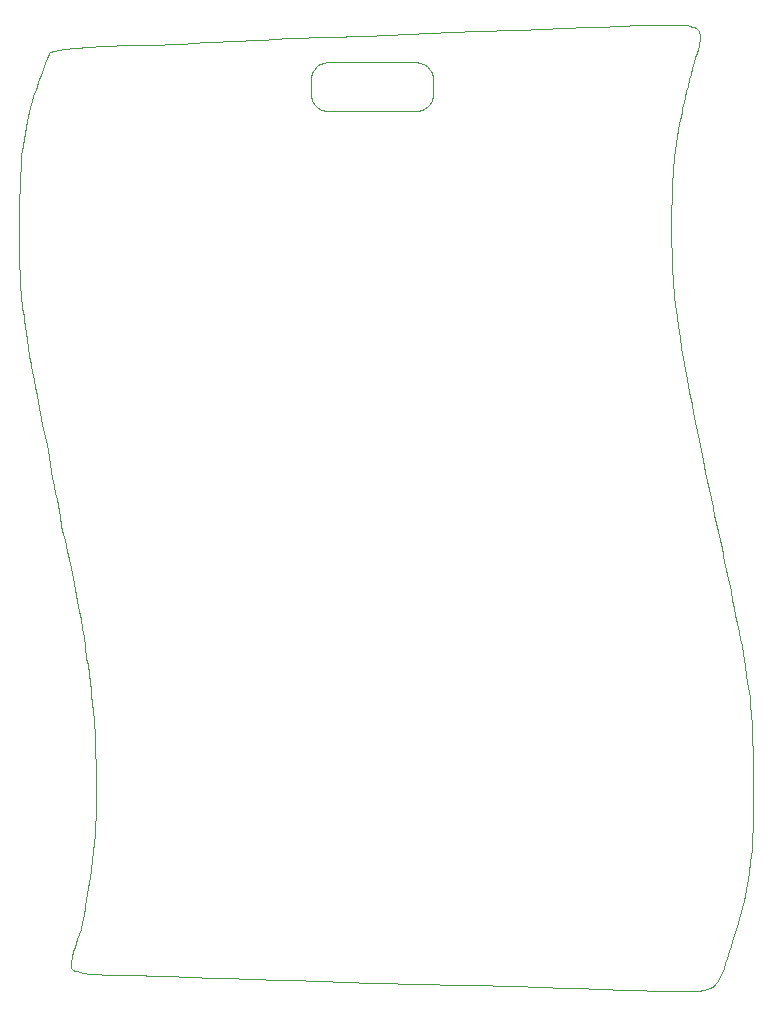
<source format=gm1>
G04 #@! TF.GenerationSoftware,KiCad,Pcbnew,5.1.5-52549c5~84~ubuntu18.04.1*
G04 #@! TF.CreationDate,2020-02-04T19:06:30-07:00*
G04 #@! TF.ProjectId,001,3030312e-6b69-4636-9164-5f7063625858,rev?*
G04 #@! TF.SameCoordinates,Original*
G04 #@! TF.FileFunction,Profile,NP*
%FSLAX46Y46*%
G04 Gerber Fmt 4.6, Leading zero omitted, Abs format (unit mm)*
G04 Created by KiCad (PCBNEW 5.1.5-52549c5~84~ubuntu18.04.1) date 2020-02-04 19:06:30*
%MOMM*%
%LPD*%
G04 APERTURE LIST*
%ADD10C,0.100000*%
G04 APERTURE END LIST*
D10*
X134783044Y-51804254D02*
X134783063Y-51804251D01*
X134783044Y-51804254D02*
X134783044Y-51804254D01*
X134783044Y-51804254D02*
X134783044Y-51804254D01*
X134783044Y-51804254D02*
X134783044Y-51804254D01*
X134783044Y-51804254D02*
X134783044Y-51804254D01*
X134632730Y-51811794D02*
X134783044Y-51804254D01*
X134486854Y-51833935D02*
X134632730Y-51811794D01*
X134346139Y-51869949D02*
X134486854Y-51833935D01*
X134211314Y-51919111D02*
X134346139Y-51869949D01*
X134083102Y-51980695D02*
X134211314Y-51919111D01*
X133962232Y-52053975D02*
X134083102Y-51980695D01*
X133849426Y-52138224D02*
X133962232Y-52053975D01*
X133745414Y-52232718D02*
X133849426Y-52138224D01*
X133650924Y-52336730D02*
X133745414Y-52232718D01*
X133566664Y-52449534D02*
X133650924Y-52336730D01*
X133493384Y-52570404D02*
X133566664Y-52449534D01*
X133431804Y-52698616D02*
X133493384Y-52570404D01*
X133382634Y-52833441D02*
X133431804Y-52698616D01*
X133346624Y-52974156D02*
X133382634Y-52833441D01*
X133324484Y-53120033D02*
X133346624Y-52974156D01*
X133316984Y-53270347D02*
X133324484Y-53120033D01*
X133316984Y-53571073D02*
X133316984Y-53270347D01*
X133316984Y-53871799D02*
X133316984Y-53571073D01*
X133316984Y-54172524D02*
X133316984Y-53871799D01*
X133316984Y-54473252D02*
X133316984Y-54172524D01*
X133324517Y-54623567D02*
X133316984Y-54473252D01*
X133346663Y-54769444D02*
X133324517Y-54623567D01*
X133382669Y-54910158D02*
X133346663Y-54769444D01*
X133431827Y-55044984D02*
X133382669Y-54910158D01*
X133493410Y-55173195D02*
X133431827Y-55044984D01*
X133566693Y-55294065D02*
X133493410Y-55173195D01*
X133650939Y-55406869D02*
X133566693Y-55294065D01*
X133745433Y-55510881D02*
X133650939Y-55406869D01*
X133849445Y-55605375D02*
X133745433Y-55510881D01*
X133962250Y-55689625D02*
X133849445Y-55605375D01*
X134083121Y-55762906D02*
X133962250Y-55689625D01*
X134211331Y-55824492D02*
X134083121Y-55762906D01*
X134346156Y-55873651D02*
X134211331Y-55824492D01*
X134486872Y-55909663D02*
X134346156Y-55873651D01*
X134632748Y-55931804D02*
X134486872Y-55909663D01*
X134783062Y-55939354D02*
X134632748Y-55931804D01*
X135245936Y-55939354D02*
X134783062Y-55939354D01*
X135708809Y-55939354D02*
X135245936Y-55939354D01*
X136171682Y-55939354D02*
X135708809Y-55939354D01*
X136634557Y-55939354D02*
X136171682Y-55939354D01*
X137097411Y-55939354D02*
X136634557Y-55939354D01*
X137560262Y-55939354D02*
X137097411Y-55939354D01*
X138023116Y-55939354D02*
X137560262Y-55939354D01*
X138485968Y-55939354D02*
X138023116Y-55939354D01*
X138948775Y-55939354D02*
X138485968Y-55939354D01*
X139411582Y-55939354D02*
X138948775Y-55939354D01*
X139874387Y-55939354D02*
X139411582Y-55939354D01*
X140337190Y-55939354D02*
X139874387Y-55939354D01*
X140800046Y-55939354D02*
X140337190Y-55939354D01*
X141262900Y-55939354D02*
X140800046Y-55939354D01*
X141725755Y-55939354D02*
X141262900Y-55939354D01*
X142188590Y-55939354D02*
X141725755Y-55939354D01*
X142338904Y-55931804D02*
X142188590Y-55939354D01*
X142484782Y-55909663D02*
X142338904Y-55931804D01*
X142625495Y-55873652D02*
X142484782Y-55909663D01*
X142760321Y-55824493D02*
X142625495Y-55873652D01*
X142888532Y-55762907D02*
X142760321Y-55824493D01*
X143009402Y-55689624D02*
X142888532Y-55762907D01*
X143122207Y-55605374D02*
X143009402Y-55689624D01*
X143226218Y-55510880D02*
X143122207Y-55605374D01*
X143320708Y-55406868D02*
X143226218Y-55510880D01*
X143404958Y-55294064D02*
X143320708Y-55406868D01*
X143478238Y-55173194D02*
X143404958Y-55294064D01*
X143539818Y-55044983D02*
X143478238Y-55173194D01*
X143588988Y-54910157D02*
X143539818Y-55044983D01*
X143624998Y-54769443D02*
X143588988Y-54910157D01*
X143647138Y-54623565D02*
X143624998Y-54769443D01*
X143654638Y-54473251D02*
X143647138Y-54623565D01*
X143654638Y-54172525D02*
X143654638Y-54473251D01*
X143654638Y-53871799D02*
X143654638Y-54172525D01*
X143654638Y-53571074D02*
X143654638Y-53871799D01*
X143654638Y-53270346D02*
X143654638Y-53571074D01*
X143647138Y-53120031D02*
X143654638Y-53270346D01*
X143625008Y-52974154D02*
X143647138Y-53120031D01*
X143588988Y-52833440D02*
X143625008Y-52974154D01*
X143539828Y-52698614D02*
X143588988Y-52833440D01*
X143478248Y-52570403D02*
X143539828Y-52698614D01*
X143404978Y-52449533D02*
X143478248Y-52570403D01*
X143320728Y-52336728D02*
X143404978Y-52449533D01*
X143226238Y-52232716D02*
X143320728Y-52336728D01*
X143122225Y-52138222D02*
X143226238Y-52232716D01*
X143009421Y-52053972D02*
X143122225Y-52138222D01*
X142888551Y-51980692D02*
X143009421Y-52053972D01*
X142760341Y-51919108D02*
X142888551Y-51980692D01*
X142625515Y-51869946D02*
X142760341Y-51919108D01*
X142484801Y-51833932D02*
X142625515Y-51869946D01*
X142338924Y-51811791D02*
X142484801Y-51833932D01*
X142188610Y-51804251D02*
X142338924Y-51811791D01*
X141725736Y-51804251D02*
X142188610Y-51804251D01*
X141262864Y-51804251D02*
X141725736Y-51804251D01*
X140799990Y-51804251D02*
X141262864Y-51804251D01*
X140337115Y-51804251D02*
X140799990Y-51804251D01*
X139874261Y-51804251D02*
X140337115Y-51804251D01*
X139411410Y-51804251D02*
X139874261Y-51804251D01*
X138948556Y-51804251D02*
X139411410Y-51804251D01*
X138485703Y-51804251D02*
X138948556Y-51804251D01*
X138022897Y-51804251D02*
X138485703Y-51804251D01*
X137560091Y-51804251D02*
X138022897Y-51804251D01*
X137097285Y-51804251D02*
X137560091Y-51804251D01*
X136634481Y-51804251D02*
X137097285Y-51804251D01*
X136171626Y-51804251D02*
X136634481Y-51804251D01*
X135708772Y-51804251D02*
X136171626Y-51804251D01*
X135245916Y-51804251D02*
X135708772Y-51804251D01*
X134783063Y-51804251D02*
X135245916Y-51804251D01*
X170710860Y-117474856D02*
X170710971Y-117474819D01*
X170710860Y-117474856D02*
X170710860Y-117474856D01*
X170710860Y-117474856D02*
X170710860Y-117474856D01*
X170756140Y-116527483D02*
X170710860Y-117474856D01*
X170781370Y-115372564D02*
X170756140Y-116527483D01*
X170788270Y-114353533D02*
X170781370Y-115372564D01*
X170784570Y-113268519D02*
X170788270Y-114353533D01*
X170772250Y-112222246D02*
X170784570Y-113268519D01*
X170752090Y-111165137D02*
X170772250Y-112222246D01*
X170724030Y-110095474D02*
X170752090Y-111165137D01*
X170689160Y-109061986D02*
X170724030Y-110095474D01*
X170641760Y-107953820D02*
X170689160Y-109061986D01*
X170587430Y-106960696D02*
X170641760Y-107953820D01*
X170531190Y-106166985D02*
X170587430Y-106960696D01*
X170470680Y-105535476D02*
X170531190Y-106166985D01*
X170344803Y-104663188D02*
X170470680Y-105535476D01*
X170198732Y-103745807D02*
X170344803Y-104663188D01*
X170052688Y-102809556D02*
X170198732Y-103745807D01*
X169926895Y-101880655D02*
X170052688Y-102809556D01*
X169808463Y-101169325D02*
X169926895Y-101880655D01*
X169694283Y-100632493D02*
X169808463Y-101169325D01*
X169561583Y-100069902D02*
X169694283Y-100632493D01*
X169396726Y-99302884D02*
X169561583Y-100069902D01*
X169260161Y-98630119D02*
X169396726Y-99302884D01*
X169132243Y-97965780D02*
X169260161Y-98630119D01*
X169003187Y-97288359D02*
X169132243Y-97965780D01*
X168866420Y-96595234D02*
X169003187Y-97288359D01*
X168706464Y-95814460D02*
X168866420Y-96595234D01*
X168579061Y-95228903D02*
X168706464Y-95814460D01*
X168464878Y-94711126D02*
X168579061Y-95228903D01*
X168331420Y-94073059D02*
X168464878Y-94711126D01*
X168210746Y-93473435D02*
X168331420Y-94073059D01*
X168102535Y-92913073D02*
X168210746Y-93473435D01*
X167973618Y-92264128D02*
X168102535Y-92913073D01*
X167812187Y-91506064D02*
X167973618Y-92264128D01*
X167646771Y-90767919D02*
X167812187Y-91506064D01*
X167489999Y-90106016D02*
X167646771Y-90767919D01*
X167331048Y-89431749D02*
X167489999Y-90106016D01*
X167162466Y-88671259D02*
X167331048Y-89431749D01*
X167000404Y-87898562D02*
X167162466Y-88671259D01*
X166869896Y-87228775D02*
X167000404Y-87898562D01*
X166722578Y-86465204D02*
X166869896Y-87228775D01*
X166527642Y-85506740D02*
X166722578Y-86465204D01*
X166342029Y-84624396D02*
X166527642Y-85506740D01*
X166160746Y-83790129D02*
X166342029Y-84624396D01*
X165998152Y-83038827D02*
X166160746Y-83790129D01*
X165841883Y-82284841D02*
X165998152Y-83038827D01*
X165668899Y-81404021D02*
X165841883Y-82284841D01*
X165557461Y-80772538D02*
X165668899Y-81404021D01*
X165377595Y-79728224D02*
X165557461Y-80772538D01*
X165158889Y-78597066D02*
X165377595Y-79728224D01*
X164998923Y-77775712D02*
X165158889Y-78597066D01*
X164831835Y-76834732D02*
X164998923Y-77775712D01*
X164687272Y-75962070D02*
X164831835Y-76834732D01*
X164547127Y-75064808D02*
X164687272Y-75962070D01*
X164413959Y-74159140D02*
X164547127Y-75064808D01*
X164294707Y-73290224D02*
X164413959Y-74159140D01*
X164174236Y-72319400D02*
X164294707Y-73290224D01*
X164090626Y-71509237D02*
X164174236Y-72319400D01*
X164001616Y-70360063D02*
X164090626Y-71509237D01*
X163932526Y-69180904D02*
X164001616Y-70360063D01*
X163884256Y-68018038D02*
X163932526Y-69180904D01*
X163854286Y-66848359D02*
X163884256Y-68018038D01*
X163842366Y-65674011D02*
X163854286Y-66848359D01*
X163848566Y-64514289D02*
X163842366Y-65674011D01*
X163874086Y-63327854D02*
X163848566Y-64514289D01*
X163918866Y-62181679D02*
X163874086Y-63327854D01*
X163990356Y-60977430D02*
X163918866Y-62181679D01*
X164084596Y-59854108D02*
X163990356Y-60977430D01*
X164153556Y-59211750D02*
X164084596Y-59854108D01*
X164230856Y-58610054D02*
X164153556Y-59211750D01*
X164316416Y-58052886D02*
X164230856Y-58610054D01*
X164410146Y-57544107D02*
X164316416Y-58052886D01*
X164528618Y-56958972D02*
X164410146Y-57544107D01*
X164590388Y-56654186D02*
X164528618Y-56958972D01*
X164651828Y-56351132D02*
X164590388Y-56654186D01*
X164722708Y-56001750D02*
X164651828Y-56351132D01*
X164788428Y-55678035D02*
X164722708Y-56001750D01*
X164846428Y-55392612D02*
X164788428Y-55678035D01*
X164894138Y-55158108D02*
X164846428Y-55392612D01*
X164983968Y-54739501D02*
X164894138Y-55158108D01*
X165092019Y-54273851D02*
X164983968Y-54739501D01*
X165214926Y-53774028D02*
X165092019Y-54273851D01*
X165349322Y-53252900D02*
X165214926Y-53774028D01*
X165479678Y-52767693D02*
X165349322Y-53252900D01*
X165614265Y-52285304D02*
X165479678Y-52767693D01*
X165750488Y-51815632D02*
X165614265Y-52285304D01*
X165885760Y-51368575D02*
X165750488Y-51815632D01*
X165989436Y-51022680D02*
X165885760Y-51368575D01*
X166075766Y-50709541D02*
X165989436Y-51022680D01*
X166144866Y-50427398D02*
X166075766Y-50709541D01*
X166196836Y-50174492D02*
X166144866Y-50427398D01*
X166231216Y-49953477D02*
X166196836Y-50174492D01*
X166249366Y-49757158D02*
X166231216Y-49953477D01*
X166251366Y-49583883D02*
X166249366Y-49757158D01*
X166237336Y-49431998D02*
X166251366Y-49583883D01*
X166207356Y-49299852D02*
X166237336Y-49431998D01*
X166161516Y-49185792D02*
X166207356Y-49299852D01*
X166099926Y-49088166D02*
X166161516Y-49185792D01*
X166022666Y-49005321D02*
X166099926Y-49088166D01*
X165910120Y-48919255D02*
X166022666Y-49005321D01*
X165773594Y-48844566D02*
X165910120Y-48919255D01*
X165606345Y-48780916D02*
X165773594Y-48844566D01*
X165401618Y-48727964D02*
X165606345Y-48780916D01*
X165152671Y-48685371D02*
X165401618Y-48727964D01*
X164852752Y-48652799D02*
X165152671Y-48685371D01*
X164073013Y-48616354D02*
X164852752Y-48652799D01*
X163655980Y-48611918D02*
X164073013Y-48616354D01*
X163182688Y-48613859D02*
X163655980Y-48611918D01*
X162648926Y-48621943D02*
X163182688Y-48613859D01*
X162050474Y-48635967D02*
X162648926Y-48621943D01*
X161597725Y-48648994D02*
X162050474Y-48635967D01*
X161110797Y-48664678D02*
X161597725Y-48648994D01*
X160588313Y-48682949D02*
X161110797Y-48664678D01*
X160028887Y-48703738D02*
X160588313Y-48682949D01*
X159519960Y-48723114D02*
X160028887Y-48703738D01*
X159031350Y-48741705D02*
X159519960Y-48723114D01*
X158112798Y-48776620D02*
X159031350Y-48741705D01*
X157104770Y-48814861D02*
X158112798Y-48776620D01*
X156196716Y-48849212D02*
X157104770Y-48814861D01*
X155172321Y-48887794D02*
X156196716Y-48849212D01*
X154280625Y-48921151D02*
X155172321Y-48887794D01*
X153232802Y-48959902D02*
X154280625Y-48921151D01*
X152364394Y-48991398D02*
X153232802Y-48959902D01*
X151330797Y-49027606D02*
X152364394Y-48991398D01*
X150448165Y-49056894D02*
X151330797Y-49027606D01*
X149505759Y-49087292D02*
X150448165Y-49056894D01*
X148563350Y-49117691D02*
X149505759Y-49087292D01*
X147621024Y-49148087D02*
X148563350Y-49117691D01*
X146678695Y-49178483D02*
X147621024Y-49148087D01*
X145835746Y-49208328D02*
X146678695Y-49178483D01*
X144793549Y-49249355D02*
X145835746Y-49208328D01*
X143867720Y-49288054D02*
X144793549Y-49249355D01*
X142908889Y-49329923D02*
X143867720Y-49288054D01*
X141938975Y-49374123D02*
X142908889Y-49329923D01*
X141024500Y-49417827D02*
X141938975Y-49374123D01*
X140185412Y-49457972D02*
X141024500Y-49417827D01*
X139323396Y-49497270D02*
X140185412Y-49457972D01*
X138448633Y-49535316D02*
X139323396Y-49497270D01*
X137621932Y-49569457D02*
X138448633Y-49535316D01*
X136649483Y-49606568D02*
X137621932Y-49569457D01*
X135920013Y-49630121D02*
X136649483Y-49606568D01*
X134739283Y-49662869D02*
X135920013Y-49630121D01*
X133668222Y-49694785D02*
X134739283Y-49662869D01*
X132475422Y-49733829D02*
X133668222Y-49694785D01*
X131416640Y-49772884D02*
X132475422Y-49733829D01*
X130217071Y-49824449D02*
X131416640Y-49772884D01*
X129166389Y-49878766D02*
X130217071Y-49824449D01*
X128270570Y-49927834D02*
X129166389Y-49878766D01*
X127235224Y-49981588D02*
X128270570Y-49927834D01*
X126288617Y-50028947D02*
X127235224Y-49981588D01*
X125303495Y-50076843D02*
X126288617Y-50028947D01*
X124329905Y-50122954D02*
X125303495Y-50076843D01*
X123371812Y-50167169D02*
X124329905Y-50122954D01*
X122363285Y-50212341D02*
X123371812Y-50167169D01*
X121439904Y-50252147D02*
X122363285Y-50212341D01*
X120270735Y-50299032D02*
X121439904Y-50252147D01*
X119507137Y-50323853D02*
X120270735Y-50299032D01*
X118427791Y-50350608D02*
X119507137Y-50323853D01*
X117429211Y-50379709D02*
X118427791Y-50350608D01*
X116334291Y-50417920D02*
X117429211Y-50379709D01*
X115829110Y-50438405D02*
X116334291Y-50417920D01*
X115351734Y-50459839D02*
X115829110Y-50438405D01*
X114762648Y-50489682D02*
X115351734Y-50459839D01*
X114221003Y-50521277D02*
X114762648Y-50489682D01*
X113726132Y-50554674D02*
X114221003Y-50521277D01*
X113277367Y-50589927D02*
X113726132Y-50554674D01*
X112491660Y-50669060D02*
X113277367Y-50589927D01*
X111894906Y-50756827D02*
X112491660Y-50669060D01*
X111665531Y-50804091D02*
X111894906Y-50756827D01*
X111481164Y-50853685D02*
X111665531Y-50804091D01*
X111341065Y-50905666D02*
X111481164Y-50853685D01*
X111244492Y-50960092D02*
X111341065Y-50905666D01*
X111191797Y-51017732D02*
X111244492Y-50960092D01*
X111126647Y-51119245D02*
X111191797Y-51017732D01*
X110969258Y-51431348D02*
X111126647Y-51119245D01*
X110792876Y-51851318D02*
X110969258Y-51431348D01*
X110618059Y-52334071D02*
X110792876Y-51851318D01*
X110530616Y-52594459D02*
X110618059Y-52334071D01*
X110434474Y-52879552D02*
X110530616Y-52594459D01*
X110332676Y-53180393D02*
X110434474Y-52879552D01*
X110228265Y-53488026D02*
X110332676Y-53180393D01*
X110120513Y-53804578D02*
X110228265Y-53488026D01*
X110016621Y-54108821D02*
X110120513Y-53804578D01*
X109919984Y-54390775D02*
X110016621Y-54108821D01*
X109833996Y-54640456D02*
X109919984Y-54390775D01*
X109686920Y-55101478D02*
X109833996Y-54640456D01*
X109566446Y-55546238D02*
X109686920Y-55101478D01*
X109468050Y-55971259D02*
X109566446Y-55546238D01*
X109384183Y-56364795D02*
X109468050Y-55971259D01*
X109298433Y-56774391D02*
X109384183Y-56364795D01*
X109194392Y-57247590D02*
X109298433Y-56774391D01*
X109094904Y-57767011D02*
X109194392Y-57247590D01*
X109001713Y-58289561D02*
X109094904Y-57767011D01*
X108915320Y-58814045D02*
X109001713Y-58289561D01*
X108836217Y-59339260D02*
X108915320Y-58814045D01*
X108813487Y-59600772D02*
X108836217Y-59339260D01*
X108791177Y-59903106D02*
X108813487Y-59600772D01*
X108769476Y-60242623D02*
X108791177Y-59903106D01*
X108748500Y-60615682D02*
X108769476Y-60242623D01*
X108707575Y-61492742D02*
X108748500Y-60615682D01*
X108672091Y-62468068D02*
X108707575Y-61492742D01*
X108646503Y-63381504D02*
X108672091Y-62468068D01*
X108627257Y-64321872D02*
X108646503Y-63381504D01*
X108615401Y-65258202D02*
X108627257Y-64321872D01*
X108611730Y-66175826D02*
X108615401Y-65258202D01*
X108616571Y-67078296D02*
X108611730Y-66175826D01*
X108629479Y-67956804D02*
X108616571Y-67078296D01*
X108651998Y-68871633D02*
X108629479Y-67956804D01*
X108682813Y-69737423D02*
X108651998Y-68871633D01*
X108728766Y-70676645D02*
X108682813Y-69737423D01*
X108784347Y-71515680D02*
X108728766Y-70676645D01*
X108886375Y-72569995D02*
X108784347Y-71515680D01*
X108943954Y-72972678D02*
X108886375Y-72569995D01*
X109005321Y-73281710D02*
X108943954Y-72972678D01*
X109076275Y-73637740D02*
X109005321Y-73281710D01*
X109152673Y-74126891D02*
X109076275Y-73637740D01*
X109225337Y-74684686D02*
X109152673Y-74126891D01*
X109285090Y-75246653D02*
X109225337Y-74684686D01*
X109360295Y-75891354D02*
X109285090Y-75246653D01*
X109472378Y-76647010D02*
X109360295Y-75891354D01*
X109598729Y-77378145D02*
X109472378Y-76647010D01*
X109730628Y-78035660D02*
X109598729Y-77378145D01*
X109860446Y-78646289D02*
X109730628Y-78035660D01*
X109991347Y-79296136D02*
X109860446Y-78646289D01*
X110124909Y-79997651D02*
X109991347Y-79296136D01*
X110223212Y-80562010D02*
X110124909Y-79997651D01*
X110392791Y-81532208D02*
X110223212Y-80562010D01*
X110563430Y-82386601D02*
X110392791Y-81532208D01*
X110749011Y-83220388D02*
X110563430Y-82386601D01*
X110954535Y-84141016D02*
X110749011Y-83220388D01*
X111160351Y-85205943D02*
X110954535Y-84141016D01*
X111346637Y-86386665D02*
X111160351Y-85205943D01*
X111436280Y-86961852D02*
X111346637Y-86386665D01*
X111554528Y-87605696D02*
X111436280Y-86961852D01*
X111689334Y-88254957D02*
X111554528Y-87605696D01*
X111822152Y-88813187D02*
X111689334Y-88254957D01*
X111939853Y-89306755D02*
X111822152Y-88813187D01*
X112036239Y-89790638D02*
X111939853Y-89306755D01*
X112101363Y-90209256D02*
X112036239Y-89790638D01*
X112125282Y-90507032D02*
X112101363Y-90209256D01*
X112143238Y-90767633D02*
X112125282Y-90507032D01*
X112192127Y-91085022D02*
X112143238Y-90767633D01*
X112264480Y-91419080D02*
X112192127Y-91085022D01*
X112352830Y-91729688D02*
X112264480Y-91419080D01*
X112500659Y-92281949D02*
X112352830Y-91729688D01*
X112698396Y-93157026D02*
X112500659Y-92281949D01*
X112845058Y-93863452D02*
X112698396Y-93157026D01*
X112987633Y-94597318D02*
X112845058Y-93863452D01*
X113156347Y-95486320D02*
X112987633Y-94597318D01*
X113338058Y-96423540D02*
X113156347Y-95486320D01*
X113539448Y-97440421D02*
X113338058Y-96423540D01*
X113704158Y-98246494D02*
X113539448Y-97440421D01*
X113836628Y-98931173D02*
X113704158Y-98246494D01*
X113969732Y-99710950D02*
X113836628Y-98931173D01*
X114089008Y-100496841D02*
X113969732Y-99710950D01*
X114177601Y-101184982D02*
X114089008Y-100496841D01*
X114315532Y-102251259D02*
X114177601Y-101184982D01*
X114374588Y-102600343D02*
X114315532Y-102251259D01*
X114416591Y-102757912D02*
X114374588Y-102600343D01*
X114457495Y-102947118D02*
X114416591Y-102757912D01*
X114513584Y-103382345D02*
X114457495Y-102947118D01*
X114554753Y-103745548D02*
X114513584Y-103382345D01*
X114595386Y-104104458D02*
X114554753Y-103745548D01*
X114635419Y-104459941D02*
X114595386Y-104104458D01*
X114674773Y-104812868D02*
X114635419Y-104459941D01*
X114713360Y-105164111D02*
X114674773Y-104812868D01*
X114751106Y-105514538D02*
X114713360Y-105164111D01*
X114787923Y-105865022D02*
X114751106Y-105514538D01*
X114823736Y-106216393D02*
X114787923Y-105865022D01*
X114858453Y-106569600D02*
X114823736Y-106216393D01*
X114891996Y-106925480D02*
X114858453Y-106569600D01*
X114924286Y-107284896D02*
X114891996Y-106925480D01*
X114955241Y-107648723D02*
X114924286Y-107284896D01*
X114984776Y-108017834D02*
X114955241Y-107648723D01*
X115012810Y-108393092D02*
X114984776Y-108017834D01*
X115039263Y-108775376D02*
X115012810Y-108393092D01*
X115064051Y-109165553D02*
X115039263Y-108775376D01*
X115085004Y-110160093D02*
X115064051Y-109165553D01*
X115100952Y-111246563D02*
X115085004Y-110160093D01*
X115110942Y-112287241D02*
X115100952Y-111246563D01*
X115116122Y-113327687D02*
X115110942Y-112287241D01*
X115116040Y-114414927D02*
X115116122Y-113327687D01*
X115109650Y-115409124D02*
X115116040Y-114414927D01*
X115104030Y-115655225D02*
X115109650Y-115409124D01*
X115096360Y-115901252D02*
X115104030Y-115655225D01*
X115086650Y-116147219D02*
X115096360Y-115901252D01*
X115074981Y-116393154D02*
X115086650Y-116147219D01*
X115061419Y-116639071D02*
X115074981Y-116393154D01*
X115046008Y-116884995D02*
X115061419Y-116639071D01*
X115028796Y-117130940D02*
X115046008Y-116884995D01*
X115009855Y-117376931D02*
X115028796Y-117130940D01*
X114989230Y-117622985D02*
X115009855Y-117376931D01*
X114966967Y-117869121D02*
X114989230Y-117622985D01*
X114943132Y-118115365D02*
X114966967Y-117869121D01*
X114917776Y-118361730D02*
X114943132Y-118115365D01*
X114890958Y-118608243D02*
X114917776Y-118361730D01*
X114862732Y-118854918D02*
X114890958Y-118608243D01*
X114833155Y-119101777D02*
X114862732Y-118854918D01*
X114802281Y-119348841D02*
X114833155Y-119101777D01*
X114770169Y-119596130D02*
X114802281Y-119348841D01*
X114736869Y-119843663D02*
X114770169Y-119596130D01*
X114702439Y-120091460D02*
X114736869Y-119843663D01*
X114666936Y-120339539D02*
X114702439Y-120091460D01*
X114630413Y-120587926D02*
X114666936Y-120339539D01*
X114592929Y-120836636D02*
X114630413Y-120587926D01*
X114554536Y-121085689D02*
X114592929Y-120836636D01*
X114515292Y-121335109D02*
X114554536Y-121085689D01*
X114475250Y-121584912D02*
X114515292Y-121335109D01*
X114434467Y-121835119D02*
X114475250Y-121584912D01*
X114392996Y-122085753D02*
X114434467Y-121835119D01*
X114350899Y-122336828D02*
X114392996Y-122085753D01*
X114308225Y-122588370D02*
X114350899Y-122336828D01*
X114265031Y-122840395D02*
X114308225Y-122588370D01*
X114221374Y-123092925D02*
X114265031Y-122840395D01*
X114177307Y-123345981D02*
X114221374Y-123092925D01*
X114088485Y-123966846D02*
X114177307Y-123345981D01*
X113967761Y-124602570D02*
X114088485Y-123966846D01*
X113830998Y-125178528D02*
X113967761Y-124602570D01*
X113694049Y-125620102D02*
X113830998Y-125178528D01*
X113552013Y-126008684D02*
X113694049Y-125620102D01*
X113425113Y-126380011D02*
X113552013Y-126008684D01*
X113313890Y-126731611D02*
X113425113Y-126380011D01*
X113218878Y-127061007D02*
X113313890Y-126731611D01*
X113091183Y-127586398D02*
X113218878Y-127061007D01*
X113019994Y-128018908D02*
X113091183Y-127586398D01*
X113006552Y-128195921D02*
X113019994Y-128018908D01*
X113008372Y-128344421D02*
X113006552Y-128195921D01*
X113025854Y-128462642D02*
X113008372Y-128344421D01*
X113059375Y-128548822D02*
X113025854Y-128462642D01*
X113118249Y-128608272D02*
X113059375Y-128548822D01*
X113220985Y-128665952D02*
X113118249Y-128608272D01*
X113364945Y-128721552D02*
X113220985Y-128665952D01*
X113547497Y-128774772D02*
X113364945Y-128721552D01*
X114017844Y-128872812D02*
X113547497Y-128774772D01*
X114610956Y-128957582D02*
X114017844Y-128872812D01*
X114979234Y-128997402D02*
X114610956Y-128957582D01*
X115374425Y-129032122D02*
X114979234Y-128997402D01*
X115793091Y-129061332D02*
X115374425Y-129032122D01*
X116231801Y-129084622D02*
X115793091Y-129061332D01*
X116625243Y-129099702D02*
X116231801Y-129084622D01*
X117028911Y-129109782D02*
X116625243Y-129099702D01*
X117440574Y-129114582D02*
X117028911Y-129109782D01*
X117858001Y-129113881D02*
X117440574Y-129114582D01*
X118229876Y-129112681D02*
X117858001Y-129113881D01*
X118659313Y-129115081D02*
X118229876Y-129112681D01*
X119129908Y-129120481D02*
X118659313Y-129115081D01*
X119625249Y-129128581D02*
X119129908Y-129120481D01*
X120088182Y-129138281D02*
X119625249Y-129128581D01*
X120545421Y-129149811D02*
X120088182Y-129138281D01*
X120984228Y-129162951D02*
X120545421Y-129149811D01*
X121391874Y-129177491D02*
X120984228Y-129162951D01*
X121850798Y-129194961D02*
X121391874Y-129177491D01*
X122376770Y-129214161D02*
X121850798Y-129194961D01*
X123551420Y-129255041D02*
X122376770Y-129214161D01*
X124680703Y-129292311D02*
X123551420Y-129255041D01*
X125711057Y-129324261D02*
X124680703Y-129292311D01*
X126587642Y-129351151D02*
X125711057Y-129324261D01*
X127925917Y-129393341D02*
X126587642Y-129351151D01*
X128970767Y-129426641D02*
X127925917Y-129393341D01*
X130140527Y-129464131D02*
X128970767Y-129426641D01*
X131218113Y-129498831D02*
X130140527Y-129464131D01*
X132354892Y-129535561D02*
X131218113Y-129498831D01*
X133448671Y-129571011D02*
X132354892Y-129535561D01*
X134569328Y-129607451D02*
X133448671Y-129571011D01*
X135674639Y-129643491D02*
X134569328Y-129607451D01*
X136783861Y-129679781D02*
X135674639Y-129643491D01*
X137913648Y-129716291D02*
X136783861Y-129679781D01*
X139003543Y-129750551D02*
X137913648Y-129716291D01*
X140149936Y-129785481D02*
X139003543Y-129750551D01*
X141223360Y-129817021D02*
X140149936Y-129785481D01*
X142407558Y-129850201D02*
X141223360Y-129817021D01*
X143443374Y-129877321D02*
X142407558Y-129850201D01*
X145042511Y-129912061D02*
X143443374Y-129877321D01*
X145663449Y-129911593D02*
X145042511Y-129912061D01*
X145823338Y-129901793D02*
X145663449Y-129911593D01*
X146193009Y-129901162D02*
X145823338Y-129901793D01*
X147430421Y-129924872D02*
X146193009Y-129901162D01*
X148271734Y-129949142D02*
X147430421Y-129924872D01*
X149197323Y-129980612D02*
X148271734Y-129949142D01*
X150092933Y-130012232D02*
X149197323Y-129980612D01*
X151236579Y-130050972D02*
X150092933Y-130012232D01*
X152213545Y-130083292D02*
X151236579Y-130050972D01*
X153275890Y-130117882D02*
X152213545Y-130083292D01*
X154278090Y-130150092D02*
X153275890Y-130117882D01*
X155315503Y-130183052D02*
X154278090Y-130150092D01*
X156332951Y-130215022D02*
X155315503Y-130183052D01*
X157354939Y-130246792D02*
X156332951Y-130215022D01*
X158386810Y-130278482D02*
X157354939Y-130246792D01*
X159394518Y-130309042D02*
X158386810Y-130278482D01*
X160383117Y-130338692D02*
X159394518Y-130309042D01*
X161272397Y-130364972D02*
X160383117Y-130338692D01*
X162282982Y-130393852D02*
X161272397Y-130364972D01*
X162733828Y-130406132D02*
X162282982Y-130393852D01*
X163150481Y-130416932D02*
X162733828Y-130406132D01*
X163717824Y-130430472D02*
X163150481Y-130416932D01*
X164216359Y-130440622D02*
X163717824Y-130430472D01*
X164651499Y-130447322D02*
X164216359Y-130440622D01*
X165028663Y-130450622D02*
X164651499Y-130447322D01*
X165801998Y-130441722D02*
X165028663Y-130450622D01*
X166297199Y-130406222D02*
X165801998Y-130441722D01*
X166474174Y-130378262D02*
X166297199Y-130406222D01*
X166622028Y-130343332D02*
X166474174Y-130378262D01*
X166884249Y-130252232D02*
X166622028Y-130343332D01*
X167083691Y-130168122D02*
X166884249Y-130252232D01*
X167261925Y-130076942D02*
X167083691Y-130168122D01*
X167423339Y-129969574D02*
X167261925Y-130076942D01*
X167572314Y-129836918D02*
X167423339Y-129969574D01*
X167713230Y-129669872D02*
X167572314Y-129836918D01*
X167850471Y-129459329D02*
X167713230Y-129669872D01*
X167988418Y-129196186D02*
X167850471Y-129459329D01*
X168131458Y-128871335D02*
X167988418Y-129196186D01*
X168268542Y-128517666D02*
X168131458Y-128871335D01*
X168416559Y-128099648D02*
X168268542Y-128517666D01*
X168578730Y-127610583D02*
X168416559Y-128099648D01*
X168758276Y-127043788D02*
X168578730Y-127610583D01*
X168883673Y-126637546D02*
X168758276Y-127043788D01*
X169018327Y-126195040D02*
X168883673Y-126637546D01*
X169163088Y-125714523D02*
X169018327Y-126195040D01*
X169318794Y-125194241D02*
X169163088Y-125714523D01*
X169463065Y-124702106D02*
X169318794Y-125194241D01*
X169597778Y-124223536D02*
X169463065Y-124702106D01*
X169723306Y-123756471D02*
X169597778Y-124223536D01*
X169840019Y-123298847D02*
X169723306Y-123756471D01*
X169956788Y-122812020D02*
X169840019Y-123298847D01*
X170064146Y-122331221D02*
X169956788Y-122812020D01*
X170252517Y-121377240D02*
X170064146Y-122331221D01*
X170408499Y-120418807D02*
X170252517Y-121377240D01*
X170536411Y-119432456D02*
X170408499Y-120418807D01*
X170632531Y-118482301D02*
X170536411Y-119432456D01*
X170710971Y-117474819D02*
X170632531Y-118482301D01*
M02*

</source>
